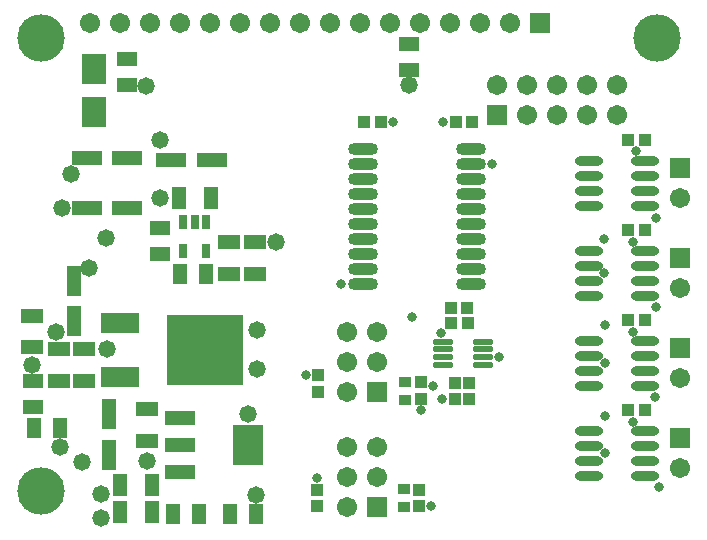
<source format=gts>
%FSLAX25Y25*%
%MOIN*%
G70*
G01*
G75*
G04 Layer_Color=8388736*
%ADD10R,0.07284X0.09252*%
%ADD11R,0.03543X0.02756*%
%ADD12R,0.03543X0.03150*%
%ADD13R,0.09449X0.03937*%
%ADD14R,0.05906X0.03937*%
%ADD15O,0.08661X0.02362*%
%ADD16R,0.03150X0.03543*%
%ADD17O,0.06299X0.01378*%
%ADD18O,0.09055X0.03347*%
%ADD19R,0.09449X0.12992*%
%ADD20R,0.09449X0.03937*%
%ADD21R,0.03937X0.09449*%
%ADD22R,0.03937X0.05906*%
%ADD23R,0.04331X0.06693*%
%ADD24R,0.06693X0.04331*%
%ADD25R,0.24410X0.22835*%
%ADD26R,0.11811X0.06299*%
%ADD27R,0.02362X0.04331*%
%ADD28C,0.01500*%
%ADD29C,0.00800*%
%ADD30C,0.03000*%
%ADD31C,0.01000*%
%ADD32C,0.02500*%
%ADD33C,0.02000*%
%ADD34C,0.15000*%
%ADD35C,0.05906*%
%ADD36R,0.05906X0.05906*%
%ADD37R,0.05906X0.05906*%
%ADD38C,0.05000*%
%ADD39C,0.02500*%
%ADD40C,0.00984*%
%ADD41C,0.02362*%
%ADD42C,0.00787*%
%ADD43C,0.00300*%
%ADD44C,0.00600*%
%ADD45R,0.08083X0.10052*%
%ADD46R,0.04343X0.03556*%
%ADD47R,0.04343X0.03950*%
%ADD48R,0.10249X0.04737*%
%ADD49R,0.06706X0.04737*%
%ADD50O,0.09461X0.03162*%
%ADD51R,0.03950X0.04343*%
%ADD52O,0.07099X0.02178*%
%ADD53O,0.09855X0.04147*%
%ADD54R,0.10249X0.13792*%
%ADD55R,0.10249X0.04737*%
%ADD56R,0.04737X0.10249*%
%ADD57R,0.04737X0.06706*%
%ADD58R,0.05131X0.07493*%
%ADD59R,0.07493X0.05131*%
%ADD60R,0.25210X0.23635*%
%ADD61R,0.12611X0.07099*%
%ADD62R,0.03162X0.05131*%
%ADD63C,0.15800*%
%ADD64C,0.06706*%
%ADD65R,0.06706X0.06706*%
%ADD66R,0.06706X0.06706*%
%ADD67C,0.05800*%
%ADD68C,0.03300*%
D45*
X133200Y407485D02*
D03*
Y393115D02*
D03*
D46*
X236700Y267553D02*
D03*
Y261647D02*
D03*
X237095Y303336D02*
D03*
Y297430D02*
D03*
D47*
X207795Y267439D02*
D03*
Y261927D02*
D03*
X241700Y261844D02*
D03*
Y267356D02*
D03*
X207895Y305539D02*
D03*
Y300027D02*
D03*
X242295Y297627D02*
D03*
Y303139D02*
D03*
X253488Y297544D02*
D03*
Y303056D02*
D03*
X258300Y297544D02*
D03*
Y303056D02*
D03*
D48*
X131007Y361300D02*
D03*
X144393D02*
D03*
X131007Y377800D02*
D03*
X144393D02*
D03*
X159147Y377224D02*
D03*
X172533D02*
D03*
D49*
X238300Y407369D02*
D03*
Y416031D02*
D03*
X112900Y303531D02*
D03*
Y294869D02*
D03*
X155340Y345894D02*
D03*
Y354555D02*
D03*
X144200Y410831D02*
D03*
Y402169D02*
D03*
D50*
X298251Y347000D02*
D03*
Y342000D02*
D03*
Y337000D02*
D03*
Y332000D02*
D03*
X317149Y347000D02*
D03*
Y342000D02*
D03*
Y337000D02*
D03*
Y332000D02*
D03*
X298251Y377000D02*
D03*
Y372000D02*
D03*
Y367000D02*
D03*
Y362000D02*
D03*
X317149Y377000D02*
D03*
Y372000D02*
D03*
Y367000D02*
D03*
Y362000D02*
D03*
X298251Y287000D02*
D03*
Y282000D02*
D03*
Y277000D02*
D03*
Y272000D02*
D03*
X317149Y287000D02*
D03*
Y282000D02*
D03*
Y277000D02*
D03*
Y272000D02*
D03*
X298251Y317000D02*
D03*
Y312000D02*
D03*
Y307000D02*
D03*
Y302000D02*
D03*
X317149Y317000D02*
D03*
Y312000D02*
D03*
Y307000D02*
D03*
Y302000D02*
D03*
D51*
X311444Y354000D02*
D03*
X316956D02*
D03*
X311444Y384000D02*
D03*
X316956D02*
D03*
X311444Y294000D02*
D03*
X316956D02*
D03*
X311444Y324000D02*
D03*
X316956D02*
D03*
X252232Y328100D02*
D03*
X257744D02*
D03*
X252332Y323000D02*
D03*
X257844D02*
D03*
X228856Y390100D02*
D03*
X223344D02*
D03*
X253844Y390100D02*
D03*
X259356D02*
D03*
D52*
X249497Y316739D02*
D03*
Y314179D02*
D03*
Y311620D02*
D03*
Y309061D02*
D03*
X263080Y316739D02*
D03*
Y314179D02*
D03*
Y311620D02*
D03*
Y309061D02*
D03*
D53*
X223088Y381100D02*
D03*
Y376100D02*
D03*
Y371100D02*
D03*
Y366100D02*
D03*
Y361100D02*
D03*
Y356100D02*
D03*
Y351100D02*
D03*
Y346100D02*
D03*
Y341100D02*
D03*
Y336100D02*
D03*
X259112Y381100D02*
D03*
Y376100D02*
D03*
Y371100D02*
D03*
Y366100D02*
D03*
Y361100D02*
D03*
Y356100D02*
D03*
Y351100D02*
D03*
Y346100D02*
D03*
Y341100D02*
D03*
Y336100D02*
D03*
D54*
X184817Y282300D02*
D03*
D55*
X161983Y273245D02*
D03*
Y282300D02*
D03*
Y291355D02*
D03*
D56*
X138400Y279107D02*
D03*
Y292493D02*
D03*
X126505Y337110D02*
D03*
Y323724D02*
D03*
D57*
X159569Y259300D02*
D03*
X168231D02*
D03*
X178577Y259150D02*
D03*
X187239D02*
D03*
X113277Y288050D02*
D03*
X121939D02*
D03*
X170671Y339224D02*
D03*
X162009D02*
D03*
D58*
X152715Y259800D02*
D03*
X142085D02*
D03*
X152715Y268800D02*
D03*
X142085D02*
D03*
X172155Y364724D02*
D03*
X161525D02*
D03*
D59*
X150900Y294115D02*
D03*
Y283485D02*
D03*
X121505Y303602D02*
D03*
Y314232D02*
D03*
X130005Y303602D02*
D03*
Y314232D02*
D03*
X112700Y325415D02*
D03*
Y314785D02*
D03*
X187023Y339215D02*
D03*
Y349845D02*
D03*
X178323Y339215D02*
D03*
Y349845D02*
D03*
D60*
X170352Y313917D02*
D03*
D61*
X142005Y304862D02*
D03*
Y322972D02*
D03*
D62*
X170580Y356449D02*
D03*
X166840D02*
D03*
X163100D02*
D03*
Y347000D02*
D03*
X170580D02*
D03*
D63*
X115500Y418100D02*
D03*
Y267000D02*
D03*
X321000Y418100D02*
D03*
D64*
X307800Y402400D02*
D03*
Y392400D02*
D03*
X297800Y402400D02*
D03*
Y392400D02*
D03*
X287800Y402400D02*
D03*
Y392400D02*
D03*
X277800Y402400D02*
D03*
Y392400D02*
D03*
X267800Y402400D02*
D03*
X217500Y261700D02*
D03*
X227500Y271700D02*
D03*
X217500D02*
D03*
X227500Y281700D02*
D03*
X217500D02*
D03*
X271900Y423000D02*
D03*
X261900D02*
D03*
X251900D02*
D03*
X241900D02*
D03*
X231900D02*
D03*
X221900D02*
D03*
X211900D02*
D03*
X201900D02*
D03*
X191900D02*
D03*
X181900D02*
D03*
X171900D02*
D03*
X161900D02*
D03*
X151900D02*
D03*
X141900D02*
D03*
X131900D02*
D03*
X217500Y299900D02*
D03*
X227500Y309900D02*
D03*
X217500D02*
D03*
X227500Y319900D02*
D03*
X217500D02*
D03*
X328700Y364500D02*
D03*
Y334500D02*
D03*
Y304500D02*
D03*
Y274500D02*
D03*
D65*
X267800Y392400D02*
D03*
X281900Y423000D02*
D03*
D66*
X227500Y261700D02*
D03*
Y299900D02*
D03*
X328700Y374500D02*
D03*
Y344500D02*
D03*
Y314500D02*
D03*
Y284500D02*
D03*
D67*
X184695Y292583D02*
D03*
X150900Y276900D02*
D03*
X187195Y265483D02*
D03*
X137700Y314400D02*
D03*
X187500Y320600D02*
D03*
X150500Y402100D02*
D03*
X238300Y402200D02*
D03*
X155400Y383800D02*
D03*
X187600Y307600D02*
D03*
X137200Y351300D02*
D03*
X120800Y320100D02*
D03*
X112700Y309100D02*
D03*
X122000Y281700D02*
D03*
X129400Y276500D02*
D03*
X135700Y266100D02*
D03*
X135800Y257800D02*
D03*
X125700Y372700D02*
D03*
X131800Y341300D02*
D03*
X122500Y361300D02*
D03*
X155300Y364700D02*
D03*
X194000Y349800D02*
D03*
D68*
X249400Y297500D02*
D03*
X265900Y376100D02*
D03*
X215800Y336100D02*
D03*
X303400Y351000D02*
D03*
Y339600D02*
D03*
X303582Y322418D02*
D03*
X303500Y309500D02*
D03*
X233100Y390100D02*
D03*
X249600D02*
D03*
X245751Y261827D02*
D03*
X242295Y293805D02*
D03*
X303582Y291882D02*
D03*
X303600Y279600D02*
D03*
X321500Y268400D02*
D03*
X313100Y290000D02*
D03*
X320300Y298200D02*
D03*
X313100Y320000D02*
D03*
X320700Y328200D02*
D03*
X313100Y350100D02*
D03*
X320500Y358000D02*
D03*
X313900Y380200D02*
D03*
X249000Y319600D02*
D03*
X268388Y311600D02*
D03*
X207795Y271295D02*
D03*
X204039Y305539D02*
D03*
X246300Y301800D02*
D03*
X239300Y324900D02*
D03*
M02*

</source>
